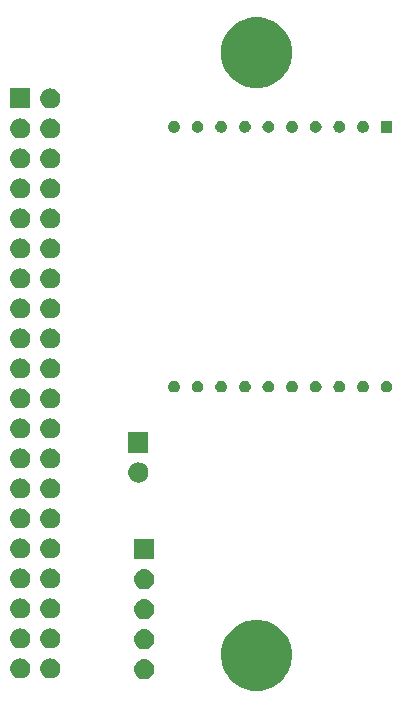
<source format=gbr>
G04 #@! TF.GenerationSoftware,KiCad,Pcbnew,(5.0.1)-4*
G04 #@! TF.CreationDate,2019-03-02T13:01:11-06:00*
G04 #@! TF.ProjectId,ccu_pcb2,6363755F706362322E6B696361645F70,rev?*
G04 #@! TF.SameCoordinates,Original*
G04 #@! TF.FileFunction,Soldermask,Top*
G04 #@! TF.FilePolarity,Negative*
%FSLAX46Y46*%
G04 Gerber Fmt 4.6, Leading zero omitted, Abs format (unit mm)*
G04 Created by KiCad (PCBNEW (5.0.1)-4) date 2019-03-02 1:01:11 PM*
%MOMM*%
%LPD*%
G01*
G04 APERTURE LIST*
%ADD10C,0.100000*%
G04 APERTURE END LIST*
D10*
G36*
X160681870Y-112076859D02*
X160875068Y-112115288D01*
X161421033Y-112341434D01*
X161909077Y-112667535D01*
X161912392Y-112669750D01*
X162330250Y-113087608D01*
X162330252Y-113087611D01*
X162658566Y-113578967D01*
X162884712Y-114124932D01*
X162887614Y-114139520D01*
X163000000Y-114704524D01*
X163000000Y-115295476D01*
X162955130Y-115521052D01*
X162884712Y-115875068D01*
X162658566Y-116421033D01*
X162539304Y-116599521D01*
X162330250Y-116912392D01*
X161912392Y-117330250D01*
X161912389Y-117330252D01*
X161421033Y-117658566D01*
X160875068Y-117884712D01*
X160681870Y-117923141D01*
X160295476Y-118000000D01*
X159704524Y-118000000D01*
X159318130Y-117923141D01*
X159124932Y-117884712D01*
X158578967Y-117658566D01*
X158087611Y-117330252D01*
X158087608Y-117330250D01*
X157669750Y-116912392D01*
X157460696Y-116599521D01*
X157341434Y-116421033D01*
X157115288Y-115875068D01*
X157044870Y-115521052D01*
X157000000Y-115295476D01*
X157000000Y-114704524D01*
X157112386Y-114139520D01*
X157115288Y-114124932D01*
X157341434Y-113578967D01*
X157669748Y-113087611D01*
X157669750Y-113087608D01*
X158087608Y-112669750D01*
X158090923Y-112667535D01*
X158578967Y-112341434D01*
X159124932Y-112115288D01*
X159318130Y-112076859D01*
X159704524Y-112000000D01*
X160295476Y-112000000D01*
X160681870Y-112076859D01*
X160681870Y-112076859D01*
G37*
G36*
X150661630Y-115367299D02*
X150821855Y-115415903D01*
X150969520Y-115494831D01*
X151098949Y-115601051D01*
X151205169Y-115730480D01*
X151284097Y-115878145D01*
X151332701Y-116038370D01*
X151349112Y-116205000D01*
X151332701Y-116371630D01*
X151284097Y-116531855D01*
X151205169Y-116679520D01*
X151098949Y-116808949D01*
X150969520Y-116915169D01*
X150821855Y-116994097D01*
X150661630Y-117042701D01*
X150536752Y-117055000D01*
X150453248Y-117055000D01*
X150328370Y-117042701D01*
X150168145Y-116994097D01*
X150020480Y-116915169D01*
X149891051Y-116808949D01*
X149784831Y-116679520D01*
X149705903Y-116531855D01*
X149657299Y-116371630D01*
X149640888Y-116205000D01*
X149657299Y-116038370D01*
X149705903Y-115878145D01*
X149784831Y-115730480D01*
X149891051Y-115601051D01*
X150020480Y-115494831D01*
X150168145Y-115415903D01*
X150328370Y-115367299D01*
X150453248Y-115355000D01*
X150536752Y-115355000D01*
X150661630Y-115367299D01*
X150661630Y-115367299D01*
G37*
G36*
X140166630Y-115287300D02*
X140326855Y-115335904D01*
X140474520Y-115414832D01*
X140603949Y-115521052D01*
X140710169Y-115650481D01*
X140789097Y-115798146D01*
X140837701Y-115958371D01*
X140854112Y-116125001D01*
X140837701Y-116291631D01*
X140789097Y-116451856D01*
X140710169Y-116599521D01*
X140603949Y-116728950D01*
X140474520Y-116835170D01*
X140326855Y-116914098D01*
X140166630Y-116962702D01*
X140041752Y-116975001D01*
X139958248Y-116975001D01*
X139833370Y-116962702D01*
X139673145Y-116914098D01*
X139525480Y-116835170D01*
X139396051Y-116728950D01*
X139289831Y-116599521D01*
X139210903Y-116451856D01*
X139162299Y-116291631D01*
X139145888Y-116125001D01*
X139162299Y-115958371D01*
X139210903Y-115798146D01*
X139289831Y-115650481D01*
X139396051Y-115521052D01*
X139525480Y-115414832D01*
X139673145Y-115335904D01*
X139833370Y-115287300D01*
X139958248Y-115275001D01*
X140041752Y-115275001D01*
X140166630Y-115287300D01*
X140166630Y-115287300D01*
G37*
G36*
X142706630Y-115287300D02*
X142866855Y-115335904D01*
X143014520Y-115414832D01*
X143143949Y-115521052D01*
X143250169Y-115650481D01*
X143329097Y-115798146D01*
X143377701Y-115958371D01*
X143394112Y-116125001D01*
X143377701Y-116291631D01*
X143329097Y-116451856D01*
X143250169Y-116599521D01*
X143143949Y-116728950D01*
X143014520Y-116835170D01*
X142866855Y-116914098D01*
X142706630Y-116962702D01*
X142581752Y-116975001D01*
X142498248Y-116975001D01*
X142373370Y-116962702D01*
X142213145Y-116914098D01*
X142065480Y-116835170D01*
X141936051Y-116728950D01*
X141829831Y-116599521D01*
X141750903Y-116451856D01*
X141702299Y-116291631D01*
X141685888Y-116125001D01*
X141702299Y-115958371D01*
X141750903Y-115798146D01*
X141829831Y-115650481D01*
X141936051Y-115521052D01*
X142065480Y-115414832D01*
X142213145Y-115335904D01*
X142373370Y-115287300D01*
X142498248Y-115275001D01*
X142581752Y-115275001D01*
X142706630Y-115287300D01*
X142706630Y-115287300D01*
G37*
G36*
X150661630Y-112827299D02*
X150821855Y-112875903D01*
X150969520Y-112954831D01*
X151098949Y-113061051D01*
X151205169Y-113190480D01*
X151284097Y-113338145D01*
X151332701Y-113498370D01*
X151349112Y-113665000D01*
X151332701Y-113831630D01*
X151284097Y-113991855D01*
X151205169Y-114139520D01*
X151098949Y-114268949D01*
X150969520Y-114375169D01*
X150821855Y-114454097D01*
X150661630Y-114502701D01*
X150536752Y-114515000D01*
X150453248Y-114515000D01*
X150328370Y-114502701D01*
X150168145Y-114454097D01*
X150020480Y-114375169D01*
X149891051Y-114268949D01*
X149784831Y-114139520D01*
X149705903Y-113991855D01*
X149657299Y-113831630D01*
X149640888Y-113665000D01*
X149657299Y-113498370D01*
X149705903Y-113338145D01*
X149784831Y-113190480D01*
X149891051Y-113061051D01*
X150020480Y-112954831D01*
X150168145Y-112875903D01*
X150328370Y-112827299D01*
X150453248Y-112815000D01*
X150536752Y-112815000D01*
X150661630Y-112827299D01*
X150661630Y-112827299D01*
G37*
G36*
X142706630Y-112747300D02*
X142866855Y-112795904D01*
X143014520Y-112874832D01*
X143143949Y-112981052D01*
X143250169Y-113110481D01*
X143329097Y-113258146D01*
X143377701Y-113418371D01*
X143394112Y-113585001D01*
X143377701Y-113751631D01*
X143329097Y-113911856D01*
X143250169Y-114059521D01*
X143143949Y-114188950D01*
X143014520Y-114295170D01*
X142866855Y-114374098D01*
X142706630Y-114422702D01*
X142581752Y-114435001D01*
X142498248Y-114435001D01*
X142373370Y-114422702D01*
X142213145Y-114374098D01*
X142065480Y-114295170D01*
X141936051Y-114188950D01*
X141829831Y-114059521D01*
X141750903Y-113911856D01*
X141702299Y-113751631D01*
X141685888Y-113585001D01*
X141702299Y-113418371D01*
X141750903Y-113258146D01*
X141829831Y-113110481D01*
X141936051Y-112981052D01*
X142065480Y-112874832D01*
X142213145Y-112795904D01*
X142373370Y-112747300D01*
X142498248Y-112735001D01*
X142581752Y-112735001D01*
X142706630Y-112747300D01*
X142706630Y-112747300D01*
G37*
G36*
X140166630Y-112747300D02*
X140326855Y-112795904D01*
X140474520Y-112874832D01*
X140603949Y-112981052D01*
X140710169Y-113110481D01*
X140789097Y-113258146D01*
X140837701Y-113418371D01*
X140854112Y-113585001D01*
X140837701Y-113751631D01*
X140789097Y-113911856D01*
X140710169Y-114059521D01*
X140603949Y-114188950D01*
X140474520Y-114295170D01*
X140326855Y-114374098D01*
X140166630Y-114422702D01*
X140041752Y-114435001D01*
X139958248Y-114435001D01*
X139833370Y-114422702D01*
X139673145Y-114374098D01*
X139525480Y-114295170D01*
X139396051Y-114188950D01*
X139289831Y-114059521D01*
X139210903Y-113911856D01*
X139162299Y-113751631D01*
X139145888Y-113585001D01*
X139162299Y-113418371D01*
X139210903Y-113258146D01*
X139289831Y-113110481D01*
X139396051Y-112981052D01*
X139525480Y-112874832D01*
X139673145Y-112795904D01*
X139833370Y-112747300D01*
X139958248Y-112735001D01*
X140041752Y-112735001D01*
X140166630Y-112747300D01*
X140166630Y-112747300D01*
G37*
G36*
X150661630Y-110287299D02*
X150821855Y-110335903D01*
X150969520Y-110414831D01*
X151098949Y-110521051D01*
X151205169Y-110650480D01*
X151284097Y-110798145D01*
X151332701Y-110958370D01*
X151349112Y-111125000D01*
X151332701Y-111291630D01*
X151284097Y-111451855D01*
X151205169Y-111599520D01*
X151098949Y-111728949D01*
X150969520Y-111835169D01*
X150821855Y-111914097D01*
X150661630Y-111962701D01*
X150536752Y-111975000D01*
X150453248Y-111975000D01*
X150328370Y-111962701D01*
X150168145Y-111914097D01*
X150020480Y-111835169D01*
X149891051Y-111728949D01*
X149784831Y-111599520D01*
X149705903Y-111451855D01*
X149657299Y-111291630D01*
X149640888Y-111125000D01*
X149657299Y-110958370D01*
X149705903Y-110798145D01*
X149784831Y-110650480D01*
X149891051Y-110521051D01*
X150020480Y-110414831D01*
X150168145Y-110335903D01*
X150328370Y-110287299D01*
X150453248Y-110275000D01*
X150536752Y-110275000D01*
X150661630Y-110287299D01*
X150661630Y-110287299D01*
G37*
G36*
X140166630Y-110207300D02*
X140326855Y-110255904D01*
X140474520Y-110334832D01*
X140603949Y-110441052D01*
X140710169Y-110570481D01*
X140789097Y-110718146D01*
X140837701Y-110878371D01*
X140854112Y-111045001D01*
X140837701Y-111211631D01*
X140789097Y-111371856D01*
X140710169Y-111519521D01*
X140603949Y-111648950D01*
X140474520Y-111755170D01*
X140326855Y-111834098D01*
X140166630Y-111882702D01*
X140041752Y-111895001D01*
X139958248Y-111895001D01*
X139833370Y-111882702D01*
X139673145Y-111834098D01*
X139525480Y-111755170D01*
X139396051Y-111648950D01*
X139289831Y-111519521D01*
X139210903Y-111371856D01*
X139162299Y-111211631D01*
X139145888Y-111045001D01*
X139162299Y-110878371D01*
X139210903Y-110718146D01*
X139289831Y-110570481D01*
X139396051Y-110441052D01*
X139525480Y-110334832D01*
X139673145Y-110255904D01*
X139833370Y-110207300D01*
X139958248Y-110195001D01*
X140041752Y-110195001D01*
X140166630Y-110207300D01*
X140166630Y-110207300D01*
G37*
G36*
X142706630Y-110207300D02*
X142866855Y-110255904D01*
X143014520Y-110334832D01*
X143143949Y-110441052D01*
X143250169Y-110570481D01*
X143329097Y-110718146D01*
X143377701Y-110878371D01*
X143394112Y-111045001D01*
X143377701Y-111211631D01*
X143329097Y-111371856D01*
X143250169Y-111519521D01*
X143143949Y-111648950D01*
X143014520Y-111755170D01*
X142866855Y-111834098D01*
X142706630Y-111882702D01*
X142581752Y-111895001D01*
X142498248Y-111895001D01*
X142373370Y-111882702D01*
X142213145Y-111834098D01*
X142065480Y-111755170D01*
X141936051Y-111648950D01*
X141829831Y-111519521D01*
X141750903Y-111371856D01*
X141702299Y-111211631D01*
X141685888Y-111045001D01*
X141702299Y-110878371D01*
X141750903Y-110718146D01*
X141829831Y-110570481D01*
X141936051Y-110441052D01*
X142065480Y-110334832D01*
X142213145Y-110255904D01*
X142373370Y-110207300D01*
X142498248Y-110195001D01*
X142581752Y-110195001D01*
X142706630Y-110207300D01*
X142706630Y-110207300D01*
G37*
G36*
X150661630Y-107747299D02*
X150821855Y-107795903D01*
X150969520Y-107874831D01*
X151098949Y-107981051D01*
X151205169Y-108110480D01*
X151284097Y-108258145D01*
X151332701Y-108418370D01*
X151349112Y-108585000D01*
X151332701Y-108751630D01*
X151284097Y-108911855D01*
X151205169Y-109059520D01*
X151098949Y-109188949D01*
X150969520Y-109295169D01*
X150821855Y-109374097D01*
X150661630Y-109422701D01*
X150536752Y-109435000D01*
X150453248Y-109435000D01*
X150328370Y-109422701D01*
X150168145Y-109374097D01*
X150020480Y-109295169D01*
X149891051Y-109188949D01*
X149784831Y-109059520D01*
X149705903Y-108911855D01*
X149657299Y-108751630D01*
X149640888Y-108585000D01*
X149657299Y-108418370D01*
X149705903Y-108258145D01*
X149784831Y-108110480D01*
X149891051Y-107981051D01*
X150020480Y-107874831D01*
X150168145Y-107795903D01*
X150328370Y-107747299D01*
X150453248Y-107735000D01*
X150536752Y-107735000D01*
X150661630Y-107747299D01*
X150661630Y-107747299D01*
G37*
G36*
X142706630Y-107667300D02*
X142866855Y-107715904D01*
X143014520Y-107794832D01*
X143143949Y-107901052D01*
X143250169Y-108030481D01*
X143329097Y-108178146D01*
X143377701Y-108338371D01*
X143394112Y-108505001D01*
X143377701Y-108671631D01*
X143329097Y-108831856D01*
X143250169Y-108979521D01*
X143143949Y-109108950D01*
X143014520Y-109215170D01*
X142866855Y-109294098D01*
X142706630Y-109342702D01*
X142581752Y-109355001D01*
X142498248Y-109355001D01*
X142373370Y-109342702D01*
X142213145Y-109294098D01*
X142065480Y-109215170D01*
X141936051Y-109108950D01*
X141829831Y-108979521D01*
X141750903Y-108831856D01*
X141702299Y-108671631D01*
X141685888Y-108505001D01*
X141702299Y-108338371D01*
X141750903Y-108178146D01*
X141829831Y-108030481D01*
X141936051Y-107901052D01*
X142065480Y-107794832D01*
X142213145Y-107715904D01*
X142373370Y-107667300D01*
X142498248Y-107655001D01*
X142581752Y-107655001D01*
X142706630Y-107667300D01*
X142706630Y-107667300D01*
G37*
G36*
X140166630Y-107667300D02*
X140326855Y-107715904D01*
X140474520Y-107794832D01*
X140603949Y-107901052D01*
X140710169Y-108030481D01*
X140789097Y-108178146D01*
X140837701Y-108338371D01*
X140854112Y-108505001D01*
X140837701Y-108671631D01*
X140789097Y-108831856D01*
X140710169Y-108979521D01*
X140603949Y-109108950D01*
X140474520Y-109215170D01*
X140326855Y-109294098D01*
X140166630Y-109342702D01*
X140041752Y-109355001D01*
X139958248Y-109355001D01*
X139833370Y-109342702D01*
X139673145Y-109294098D01*
X139525480Y-109215170D01*
X139396051Y-109108950D01*
X139289831Y-108979521D01*
X139210903Y-108831856D01*
X139162299Y-108671631D01*
X139145888Y-108505001D01*
X139162299Y-108338371D01*
X139210903Y-108178146D01*
X139289831Y-108030481D01*
X139396051Y-107901052D01*
X139525480Y-107794832D01*
X139673145Y-107715904D01*
X139833370Y-107667300D01*
X139958248Y-107655001D01*
X140041752Y-107655001D01*
X140166630Y-107667300D01*
X140166630Y-107667300D01*
G37*
G36*
X151345000Y-106895000D02*
X149645000Y-106895000D01*
X149645000Y-105195000D01*
X151345000Y-105195000D01*
X151345000Y-106895000D01*
X151345000Y-106895000D01*
G37*
G36*
X142706630Y-105127300D02*
X142866855Y-105175904D01*
X143014520Y-105254832D01*
X143143949Y-105361052D01*
X143250169Y-105490481D01*
X143329097Y-105638146D01*
X143377701Y-105798371D01*
X143394112Y-105965001D01*
X143377701Y-106131631D01*
X143329097Y-106291856D01*
X143250169Y-106439521D01*
X143143949Y-106568950D01*
X143014520Y-106675170D01*
X142866855Y-106754098D01*
X142706630Y-106802702D01*
X142581752Y-106815001D01*
X142498248Y-106815001D01*
X142373370Y-106802702D01*
X142213145Y-106754098D01*
X142065480Y-106675170D01*
X141936051Y-106568950D01*
X141829831Y-106439521D01*
X141750903Y-106291856D01*
X141702299Y-106131631D01*
X141685888Y-105965001D01*
X141702299Y-105798371D01*
X141750903Y-105638146D01*
X141829831Y-105490481D01*
X141936051Y-105361052D01*
X142065480Y-105254832D01*
X142213145Y-105175904D01*
X142373370Y-105127300D01*
X142498248Y-105115001D01*
X142581752Y-105115001D01*
X142706630Y-105127300D01*
X142706630Y-105127300D01*
G37*
G36*
X140166630Y-105127300D02*
X140326855Y-105175904D01*
X140474520Y-105254832D01*
X140603949Y-105361052D01*
X140710169Y-105490481D01*
X140789097Y-105638146D01*
X140837701Y-105798371D01*
X140854112Y-105965001D01*
X140837701Y-106131631D01*
X140789097Y-106291856D01*
X140710169Y-106439521D01*
X140603949Y-106568950D01*
X140474520Y-106675170D01*
X140326855Y-106754098D01*
X140166630Y-106802702D01*
X140041752Y-106815001D01*
X139958248Y-106815001D01*
X139833370Y-106802702D01*
X139673145Y-106754098D01*
X139525480Y-106675170D01*
X139396051Y-106568950D01*
X139289831Y-106439521D01*
X139210903Y-106291856D01*
X139162299Y-106131631D01*
X139145888Y-105965001D01*
X139162299Y-105798371D01*
X139210903Y-105638146D01*
X139289831Y-105490481D01*
X139396051Y-105361052D01*
X139525480Y-105254832D01*
X139673145Y-105175904D01*
X139833370Y-105127300D01*
X139958248Y-105115001D01*
X140041752Y-105115001D01*
X140166630Y-105127300D01*
X140166630Y-105127300D01*
G37*
G36*
X142706630Y-102587300D02*
X142866855Y-102635904D01*
X143014520Y-102714832D01*
X143143949Y-102821052D01*
X143250169Y-102950481D01*
X143329097Y-103098146D01*
X143377701Y-103258371D01*
X143394112Y-103425001D01*
X143377701Y-103591631D01*
X143329097Y-103751856D01*
X143250169Y-103899521D01*
X143143949Y-104028950D01*
X143014520Y-104135170D01*
X142866855Y-104214098D01*
X142706630Y-104262702D01*
X142581752Y-104275001D01*
X142498248Y-104275001D01*
X142373370Y-104262702D01*
X142213145Y-104214098D01*
X142065480Y-104135170D01*
X141936051Y-104028950D01*
X141829831Y-103899521D01*
X141750903Y-103751856D01*
X141702299Y-103591631D01*
X141685888Y-103425001D01*
X141702299Y-103258371D01*
X141750903Y-103098146D01*
X141829831Y-102950481D01*
X141936051Y-102821052D01*
X142065480Y-102714832D01*
X142213145Y-102635904D01*
X142373370Y-102587300D01*
X142498248Y-102575001D01*
X142581752Y-102575001D01*
X142706630Y-102587300D01*
X142706630Y-102587300D01*
G37*
G36*
X140166630Y-102587300D02*
X140326855Y-102635904D01*
X140474520Y-102714832D01*
X140603949Y-102821052D01*
X140710169Y-102950481D01*
X140789097Y-103098146D01*
X140837701Y-103258371D01*
X140854112Y-103425001D01*
X140837701Y-103591631D01*
X140789097Y-103751856D01*
X140710169Y-103899521D01*
X140603949Y-104028950D01*
X140474520Y-104135170D01*
X140326855Y-104214098D01*
X140166630Y-104262702D01*
X140041752Y-104275001D01*
X139958248Y-104275001D01*
X139833370Y-104262702D01*
X139673145Y-104214098D01*
X139525480Y-104135170D01*
X139396051Y-104028950D01*
X139289831Y-103899521D01*
X139210903Y-103751856D01*
X139162299Y-103591631D01*
X139145888Y-103425001D01*
X139162299Y-103258371D01*
X139210903Y-103098146D01*
X139289831Y-102950481D01*
X139396051Y-102821052D01*
X139525480Y-102714832D01*
X139673145Y-102635904D01*
X139833370Y-102587300D01*
X139958248Y-102575001D01*
X140041752Y-102575001D01*
X140166630Y-102587300D01*
X140166630Y-102587300D01*
G37*
G36*
X142706630Y-100047300D02*
X142866855Y-100095904D01*
X143014520Y-100174832D01*
X143143949Y-100281052D01*
X143250169Y-100410481D01*
X143329097Y-100558146D01*
X143377701Y-100718371D01*
X143394112Y-100885001D01*
X143377701Y-101051631D01*
X143329097Y-101211856D01*
X143250169Y-101359521D01*
X143143949Y-101488950D01*
X143014520Y-101595170D01*
X142866855Y-101674098D01*
X142706630Y-101722702D01*
X142581752Y-101735001D01*
X142498248Y-101735001D01*
X142373370Y-101722702D01*
X142213145Y-101674098D01*
X142065480Y-101595170D01*
X141936051Y-101488950D01*
X141829831Y-101359521D01*
X141750903Y-101211856D01*
X141702299Y-101051631D01*
X141685888Y-100885001D01*
X141702299Y-100718371D01*
X141750903Y-100558146D01*
X141829831Y-100410481D01*
X141936051Y-100281052D01*
X142065480Y-100174832D01*
X142213145Y-100095904D01*
X142373370Y-100047300D01*
X142498248Y-100035001D01*
X142581752Y-100035001D01*
X142706630Y-100047300D01*
X142706630Y-100047300D01*
G37*
G36*
X140166630Y-100047300D02*
X140326855Y-100095904D01*
X140474520Y-100174832D01*
X140603949Y-100281052D01*
X140710169Y-100410481D01*
X140789097Y-100558146D01*
X140837701Y-100718371D01*
X140854112Y-100885001D01*
X140837701Y-101051631D01*
X140789097Y-101211856D01*
X140710169Y-101359521D01*
X140603949Y-101488950D01*
X140474520Y-101595170D01*
X140326855Y-101674098D01*
X140166630Y-101722702D01*
X140041752Y-101735001D01*
X139958248Y-101735001D01*
X139833370Y-101722702D01*
X139673145Y-101674098D01*
X139525480Y-101595170D01*
X139396051Y-101488950D01*
X139289831Y-101359521D01*
X139210903Y-101211856D01*
X139162299Y-101051631D01*
X139145888Y-100885001D01*
X139162299Y-100718371D01*
X139210903Y-100558146D01*
X139289831Y-100410481D01*
X139396051Y-100281052D01*
X139525480Y-100174832D01*
X139673145Y-100095904D01*
X139833370Y-100047300D01*
X139958248Y-100035001D01*
X140041752Y-100035001D01*
X140166630Y-100047300D01*
X140166630Y-100047300D01*
G37*
G36*
X150166630Y-98702299D02*
X150326855Y-98750903D01*
X150474520Y-98829831D01*
X150603949Y-98936051D01*
X150710169Y-99065480D01*
X150789097Y-99213145D01*
X150837701Y-99373370D01*
X150854112Y-99540000D01*
X150837701Y-99706630D01*
X150789097Y-99866855D01*
X150710169Y-100014520D01*
X150603949Y-100143949D01*
X150474520Y-100250169D01*
X150326855Y-100329097D01*
X150166630Y-100377701D01*
X150041752Y-100390000D01*
X149958248Y-100390000D01*
X149833370Y-100377701D01*
X149673145Y-100329097D01*
X149525480Y-100250169D01*
X149396051Y-100143949D01*
X149289831Y-100014520D01*
X149210903Y-99866855D01*
X149162299Y-99706630D01*
X149145888Y-99540000D01*
X149162299Y-99373370D01*
X149210903Y-99213145D01*
X149289831Y-99065480D01*
X149396051Y-98936051D01*
X149525480Y-98829831D01*
X149673145Y-98750903D01*
X149833370Y-98702299D01*
X149958248Y-98690000D01*
X150041752Y-98690000D01*
X150166630Y-98702299D01*
X150166630Y-98702299D01*
G37*
G36*
X140166630Y-97507300D02*
X140326855Y-97555904D01*
X140474520Y-97634832D01*
X140603949Y-97741052D01*
X140710169Y-97870481D01*
X140789097Y-98018146D01*
X140837701Y-98178371D01*
X140854112Y-98345001D01*
X140837701Y-98511631D01*
X140789097Y-98671856D01*
X140710169Y-98819521D01*
X140603949Y-98948950D01*
X140474520Y-99055170D01*
X140326855Y-99134098D01*
X140166630Y-99182702D01*
X140041752Y-99195001D01*
X139958248Y-99195001D01*
X139833370Y-99182702D01*
X139673145Y-99134098D01*
X139525480Y-99055170D01*
X139396051Y-98948950D01*
X139289831Y-98819521D01*
X139210903Y-98671856D01*
X139162299Y-98511631D01*
X139145888Y-98345001D01*
X139162299Y-98178371D01*
X139210903Y-98018146D01*
X139289831Y-97870481D01*
X139396051Y-97741052D01*
X139525480Y-97634832D01*
X139673145Y-97555904D01*
X139833370Y-97507300D01*
X139958248Y-97495001D01*
X140041752Y-97495001D01*
X140166630Y-97507300D01*
X140166630Y-97507300D01*
G37*
G36*
X142706630Y-97507300D02*
X142866855Y-97555904D01*
X143014520Y-97634832D01*
X143143949Y-97741052D01*
X143250169Y-97870481D01*
X143329097Y-98018146D01*
X143377701Y-98178371D01*
X143394112Y-98345001D01*
X143377701Y-98511631D01*
X143329097Y-98671856D01*
X143250169Y-98819521D01*
X143143949Y-98948950D01*
X143014520Y-99055170D01*
X142866855Y-99134098D01*
X142706630Y-99182702D01*
X142581752Y-99195001D01*
X142498248Y-99195001D01*
X142373370Y-99182702D01*
X142213145Y-99134098D01*
X142065480Y-99055170D01*
X141936051Y-98948950D01*
X141829831Y-98819521D01*
X141750903Y-98671856D01*
X141702299Y-98511631D01*
X141685888Y-98345001D01*
X141702299Y-98178371D01*
X141750903Y-98018146D01*
X141829831Y-97870481D01*
X141936051Y-97741052D01*
X142065480Y-97634832D01*
X142213145Y-97555904D01*
X142373370Y-97507300D01*
X142498248Y-97495001D01*
X142581752Y-97495001D01*
X142706630Y-97507300D01*
X142706630Y-97507300D01*
G37*
G36*
X150850000Y-97850000D02*
X149150000Y-97850000D01*
X149150000Y-96150000D01*
X150850000Y-96150000D01*
X150850000Y-97850000D01*
X150850000Y-97850000D01*
G37*
G36*
X142706630Y-94967300D02*
X142866855Y-95015904D01*
X143014520Y-95094832D01*
X143143949Y-95201052D01*
X143250169Y-95330481D01*
X143329097Y-95478146D01*
X143377701Y-95638371D01*
X143394112Y-95805001D01*
X143377701Y-95971631D01*
X143329097Y-96131856D01*
X143250169Y-96279521D01*
X143143949Y-96408950D01*
X143014520Y-96515170D01*
X142866855Y-96594098D01*
X142706630Y-96642702D01*
X142581752Y-96655001D01*
X142498248Y-96655001D01*
X142373370Y-96642702D01*
X142213145Y-96594098D01*
X142065480Y-96515170D01*
X141936051Y-96408950D01*
X141829831Y-96279521D01*
X141750903Y-96131856D01*
X141702299Y-95971631D01*
X141685888Y-95805001D01*
X141702299Y-95638371D01*
X141750903Y-95478146D01*
X141829831Y-95330481D01*
X141936051Y-95201052D01*
X142065480Y-95094832D01*
X142213145Y-95015904D01*
X142373370Y-94967300D01*
X142498248Y-94955001D01*
X142581752Y-94955001D01*
X142706630Y-94967300D01*
X142706630Y-94967300D01*
G37*
G36*
X140166630Y-94967300D02*
X140326855Y-95015904D01*
X140474520Y-95094832D01*
X140603949Y-95201052D01*
X140710169Y-95330481D01*
X140789097Y-95478146D01*
X140837701Y-95638371D01*
X140854112Y-95805001D01*
X140837701Y-95971631D01*
X140789097Y-96131856D01*
X140710169Y-96279521D01*
X140603949Y-96408950D01*
X140474520Y-96515170D01*
X140326855Y-96594098D01*
X140166630Y-96642702D01*
X140041752Y-96655001D01*
X139958248Y-96655001D01*
X139833370Y-96642702D01*
X139673145Y-96594098D01*
X139525480Y-96515170D01*
X139396051Y-96408950D01*
X139289831Y-96279521D01*
X139210903Y-96131856D01*
X139162299Y-95971631D01*
X139145888Y-95805001D01*
X139162299Y-95638371D01*
X139210903Y-95478146D01*
X139289831Y-95330481D01*
X139396051Y-95201052D01*
X139525480Y-95094832D01*
X139673145Y-95015904D01*
X139833370Y-94967300D01*
X139958248Y-94955001D01*
X140041752Y-94955001D01*
X140166630Y-94967300D01*
X140166630Y-94967300D01*
G37*
G36*
X142706630Y-92427300D02*
X142866855Y-92475904D01*
X143014520Y-92554832D01*
X143143949Y-92661052D01*
X143250169Y-92790481D01*
X143329097Y-92938146D01*
X143377701Y-93098371D01*
X143394112Y-93265001D01*
X143377701Y-93431631D01*
X143329097Y-93591856D01*
X143250169Y-93739521D01*
X143143949Y-93868950D01*
X143014520Y-93975170D01*
X142866855Y-94054098D01*
X142706630Y-94102702D01*
X142581752Y-94115001D01*
X142498248Y-94115001D01*
X142373370Y-94102702D01*
X142213145Y-94054098D01*
X142065480Y-93975170D01*
X141936051Y-93868950D01*
X141829831Y-93739521D01*
X141750903Y-93591856D01*
X141702299Y-93431631D01*
X141685888Y-93265001D01*
X141702299Y-93098371D01*
X141750903Y-92938146D01*
X141829831Y-92790481D01*
X141936051Y-92661052D01*
X142065480Y-92554832D01*
X142213145Y-92475904D01*
X142373370Y-92427300D01*
X142498248Y-92415001D01*
X142581752Y-92415001D01*
X142706630Y-92427300D01*
X142706630Y-92427300D01*
G37*
G36*
X140166630Y-92427300D02*
X140326855Y-92475904D01*
X140474520Y-92554832D01*
X140603949Y-92661052D01*
X140710169Y-92790481D01*
X140789097Y-92938146D01*
X140837701Y-93098371D01*
X140854112Y-93265001D01*
X140837701Y-93431631D01*
X140789097Y-93591856D01*
X140710169Y-93739521D01*
X140603949Y-93868950D01*
X140474520Y-93975170D01*
X140326855Y-94054098D01*
X140166630Y-94102702D01*
X140041752Y-94115001D01*
X139958248Y-94115001D01*
X139833370Y-94102702D01*
X139673145Y-94054098D01*
X139525480Y-93975170D01*
X139396051Y-93868950D01*
X139289831Y-93739521D01*
X139210903Y-93591856D01*
X139162299Y-93431631D01*
X139145888Y-93265001D01*
X139162299Y-93098371D01*
X139210903Y-92938146D01*
X139289831Y-92790481D01*
X139396051Y-92661052D01*
X139525480Y-92554832D01*
X139673145Y-92475904D01*
X139833370Y-92427300D01*
X139958248Y-92415001D01*
X140041752Y-92415001D01*
X140166630Y-92427300D01*
X140166630Y-92427300D01*
G37*
G36*
X153156011Y-91769368D02*
X153247734Y-91807361D01*
X153330282Y-91862517D01*
X153400483Y-91932718D01*
X153455639Y-92015266D01*
X153493632Y-92106989D01*
X153513000Y-92204360D01*
X153513000Y-92303640D01*
X153493632Y-92401011D01*
X153455639Y-92492734D01*
X153400483Y-92575282D01*
X153330282Y-92645483D01*
X153247734Y-92700639D01*
X153156011Y-92738632D01*
X153058640Y-92758000D01*
X152959360Y-92758000D01*
X152861989Y-92738632D01*
X152770266Y-92700639D01*
X152687718Y-92645483D01*
X152617517Y-92575282D01*
X152562361Y-92492734D01*
X152524368Y-92401011D01*
X152505000Y-92303640D01*
X152505000Y-92204360D01*
X152524368Y-92106989D01*
X152562361Y-92015266D01*
X152617517Y-91932718D01*
X152687718Y-91862517D01*
X152770266Y-91807361D01*
X152861989Y-91769368D01*
X152959360Y-91750000D01*
X153058640Y-91750000D01*
X153156011Y-91769368D01*
X153156011Y-91769368D01*
G37*
G36*
X155156011Y-91769368D02*
X155247734Y-91807361D01*
X155330282Y-91862517D01*
X155400483Y-91932718D01*
X155455639Y-92015266D01*
X155493632Y-92106989D01*
X155513000Y-92204360D01*
X155513000Y-92303640D01*
X155493632Y-92401011D01*
X155455639Y-92492734D01*
X155400483Y-92575282D01*
X155330282Y-92645483D01*
X155247734Y-92700639D01*
X155156011Y-92738632D01*
X155058640Y-92758000D01*
X154959360Y-92758000D01*
X154861989Y-92738632D01*
X154770266Y-92700639D01*
X154687718Y-92645483D01*
X154617517Y-92575282D01*
X154562361Y-92492734D01*
X154524368Y-92401011D01*
X154505000Y-92303640D01*
X154505000Y-92204360D01*
X154524368Y-92106989D01*
X154562361Y-92015266D01*
X154617517Y-91932718D01*
X154687718Y-91862517D01*
X154770266Y-91807361D01*
X154861989Y-91769368D01*
X154959360Y-91750000D01*
X155058640Y-91750000D01*
X155156011Y-91769368D01*
X155156011Y-91769368D01*
G37*
G36*
X157156011Y-91769368D02*
X157247734Y-91807361D01*
X157330282Y-91862517D01*
X157400483Y-91932718D01*
X157455639Y-92015266D01*
X157493632Y-92106989D01*
X157513000Y-92204360D01*
X157513000Y-92303640D01*
X157493632Y-92401011D01*
X157455639Y-92492734D01*
X157400483Y-92575282D01*
X157330282Y-92645483D01*
X157247734Y-92700639D01*
X157156011Y-92738632D01*
X157058640Y-92758000D01*
X156959360Y-92758000D01*
X156861989Y-92738632D01*
X156770266Y-92700639D01*
X156687718Y-92645483D01*
X156617517Y-92575282D01*
X156562361Y-92492734D01*
X156524368Y-92401011D01*
X156505000Y-92303640D01*
X156505000Y-92204360D01*
X156524368Y-92106989D01*
X156562361Y-92015266D01*
X156617517Y-91932718D01*
X156687718Y-91862517D01*
X156770266Y-91807361D01*
X156861989Y-91769368D01*
X156959360Y-91750000D01*
X157058640Y-91750000D01*
X157156011Y-91769368D01*
X157156011Y-91769368D01*
G37*
G36*
X159156011Y-91769368D02*
X159247734Y-91807361D01*
X159330282Y-91862517D01*
X159400483Y-91932718D01*
X159455639Y-92015266D01*
X159493632Y-92106989D01*
X159513000Y-92204360D01*
X159513000Y-92303640D01*
X159493632Y-92401011D01*
X159455639Y-92492734D01*
X159400483Y-92575282D01*
X159330282Y-92645483D01*
X159247734Y-92700639D01*
X159156011Y-92738632D01*
X159058640Y-92758000D01*
X158959360Y-92758000D01*
X158861989Y-92738632D01*
X158770266Y-92700639D01*
X158687718Y-92645483D01*
X158617517Y-92575282D01*
X158562361Y-92492734D01*
X158524368Y-92401011D01*
X158505000Y-92303640D01*
X158505000Y-92204360D01*
X158524368Y-92106989D01*
X158562361Y-92015266D01*
X158617517Y-91932718D01*
X158687718Y-91862517D01*
X158770266Y-91807361D01*
X158861989Y-91769368D01*
X158959360Y-91750000D01*
X159058640Y-91750000D01*
X159156011Y-91769368D01*
X159156011Y-91769368D01*
G37*
G36*
X161156011Y-91769368D02*
X161247734Y-91807361D01*
X161330282Y-91862517D01*
X161400483Y-91932718D01*
X161455639Y-92015266D01*
X161493632Y-92106989D01*
X161513000Y-92204360D01*
X161513000Y-92303640D01*
X161493632Y-92401011D01*
X161455639Y-92492734D01*
X161400483Y-92575282D01*
X161330282Y-92645483D01*
X161247734Y-92700639D01*
X161156011Y-92738632D01*
X161058640Y-92758000D01*
X160959360Y-92758000D01*
X160861989Y-92738632D01*
X160770266Y-92700639D01*
X160687718Y-92645483D01*
X160617517Y-92575282D01*
X160562361Y-92492734D01*
X160524368Y-92401011D01*
X160505000Y-92303640D01*
X160505000Y-92204360D01*
X160524368Y-92106989D01*
X160562361Y-92015266D01*
X160617517Y-91932718D01*
X160687718Y-91862517D01*
X160770266Y-91807361D01*
X160861989Y-91769368D01*
X160959360Y-91750000D01*
X161058640Y-91750000D01*
X161156011Y-91769368D01*
X161156011Y-91769368D01*
G37*
G36*
X171156011Y-91769368D02*
X171247734Y-91807361D01*
X171330282Y-91862517D01*
X171400483Y-91932718D01*
X171455639Y-92015266D01*
X171493632Y-92106989D01*
X171513000Y-92204360D01*
X171513000Y-92303640D01*
X171493632Y-92401011D01*
X171455639Y-92492734D01*
X171400483Y-92575282D01*
X171330282Y-92645483D01*
X171247734Y-92700639D01*
X171156011Y-92738632D01*
X171058640Y-92758000D01*
X170959360Y-92758000D01*
X170861989Y-92738632D01*
X170770266Y-92700639D01*
X170687718Y-92645483D01*
X170617517Y-92575282D01*
X170562361Y-92492734D01*
X170524368Y-92401011D01*
X170505000Y-92303640D01*
X170505000Y-92204360D01*
X170524368Y-92106989D01*
X170562361Y-92015266D01*
X170617517Y-91932718D01*
X170687718Y-91862517D01*
X170770266Y-91807361D01*
X170861989Y-91769368D01*
X170959360Y-91750000D01*
X171058640Y-91750000D01*
X171156011Y-91769368D01*
X171156011Y-91769368D01*
G37*
G36*
X163156011Y-91769368D02*
X163247734Y-91807361D01*
X163330282Y-91862517D01*
X163400483Y-91932718D01*
X163455639Y-92015266D01*
X163493632Y-92106989D01*
X163513000Y-92204360D01*
X163513000Y-92303640D01*
X163493632Y-92401011D01*
X163455639Y-92492734D01*
X163400483Y-92575282D01*
X163330282Y-92645483D01*
X163247734Y-92700639D01*
X163156011Y-92738632D01*
X163058640Y-92758000D01*
X162959360Y-92758000D01*
X162861989Y-92738632D01*
X162770266Y-92700639D01*
X162687718Y-92645483D01*
X162617517Y-92575282D01*
X162562361Y-92492734D01*
X162524368Y-92401011D01*
X162505000Y-92303640D01*
X162505000Y-92204360D01*
X162524368Y-92106989D01*
X162562361Y-92015266D01*
X162617517Y-91932718D01*
X162687718Y-91862517D01*
X162770266Y-91807361D01*
X162861989Y-91769368D01*
X162959360Y-91750000D01*
X163058640Y-91750000D01*
X163156011Y-91769368D01*
X163156011Y-91769368D01*
G37*
G36*
X165156011Y-91769368D02*
X165247734Y-91807361D01*
X165330282Y-91862517D01*
X165400483Y-91932718D01*
X165455639Y-92015266D01*
X165493632Y-92106989D01*
X165513000Y-92204360D01*
X165513000Y-92303640D01*
X165493632Y-92401011D01*
X165455639Y-92492734D01*
X165400483Y-92575282D01*
X165330282Y-92645483D01*
X165247734Y-92700639D01*
X165156011Y-92738632D01*
X165058640Y-92758000D01*
X164959360Y-92758000D01*
X164861989Y-92738632D01*
X164770266Y-92700639D01*
X164687718Y-92645483D01*
X164617517Y-92575282D01*
X164562361Y-92492734D01*
X164524368Y-92401011D01*
X164505000Y-92303640D01*
X164505000Y-92204360D01*
X164524368Y-92106989D01*
X164562361Y-92015266D01*
X164617517Y-91932718D01*
X164687718Y-91862517D01*
X164770266Y-91807361D01*
X164861989Y-91769368D01*
X164959360Y-91750000D01*
X165058640Y-91750000D01*
X165156011Y-91769368D01*
X165156011Y-91769368D01*
G37*
G36*
X167156011Y-91769368D02*
X167247734Y-91807361D01*
X167330282Y-91862517D01*
X167400483Y-91932718D01*
X167455639Y-92015266D01*
X167493632Y-92106989D01*
X167513000Y-92204360D01*
X167513000Y-92303640D01*
X167493632Y-92401011D01*
X167455639Y-92492734D01*
X167400483Y-92575282D01*
X167330282Y-92645483D01*
X167247734Y-92700639D01*
X167156011Y-92738632D01*
X167058640Y-92758000D01*
X166959360Y-92758000D01*
X166861989Y-92738632D01*
X166770266Y-92700639D01*
X166687718Y-92645483D01*
X166617517Y-92575282D01*
X166562361Y-92492734D01*
X166524368Y-92401011D01*
X166505000Y-92303640D01*
X166505000Y-92204360D01*
X166524368Y-92106989D01*
X166562361Y-92015266D01*
X166617517Y-91932718D01*
X166687718Y-91862517D01*
X166770266Y-91807361D01*
X166861989Y-91769368D01*
X166959360Y-91750000D01*
X167058640Y-91750000D01*
X167156011Y-91769368D01*
X167156011Y-91769368D01*
G37*
G36*
X169156011Y-91769368D02*
X169247734Y-91807361D01*
X169330282Y-91862517D01*
X169400483Y-91932718D01*
X169455639Y-92015266D01*
X169493632Y-92106989D01*
X169513000Y-92204360D01*
X169513000Y-92303640D01*
X169493632Y-92401011D01*
X169455639Y-92492734D01*
X169400483Y-92575282D01*
X169330282Y-92645483D01*
X169247734Y-92700639D01*
X169156011Y-92738632D01*
X169058640Y-92758000D01*
X168959360Y-92758000D01*
X168861989Y-92738632D01*
X168770266Y-92700639D01*
X168687718Y-92645483D01*
X168617517Y-92575282D01*
X168562361Y-92492734D01*
X168524368Y-92401011D01*
X168505000Y-92303640D01*
X168505000Y-92204360D01*
X168524368Y-92106989D01*
X168562361Y-92015266D01*
X168617517Y-91932718D01*
X168687718Y-91862517D01*
X168770266Y-91807361D01*
X168861989Y-91769368D01*
X168959360Y-91750000D01*
X169058640Y-91750000D01*
X169156011Y-91769368D01*
X169156011Y-91769368D01*
G37*
G36*
X142706630Y-89887300D02*
X142866855Y-89935904D01*
X143014520Y-90014832D01*
X143143949Y-90121052D01*
X143250169Y-90250481D01*
X143329097Y-90398146D01*
X143377701Y-90558371D01*
X143394112Y-90725001D01*
X143377701Y-90891631D01*
X143329097Y-91051856D01*
X143250169Y-91199521D01*
X143143949Y-91328950D01*
X143014520Y-91435170D01*
X142866855Y-91514098D01*
X142706630Y-91562702D01*
X142581752Y-91575001D01*
X142498248Y-91575001D01*
X142373370Y-91562702D01*
X142213145Y-91514098D01*
X142065480Y-91435170D01*
X141936051Y-91328950D01*
X141829831Y-91199521D01*
X141750903Y-91051856D01*
X141702299Y-90891631D01*
X141685888Y-90725001D01*
X141702299Y-90558371D01*
X141750903Y-90398146D01*
X141829831Y-90250481D01*
X141936051Y-90121052D01*
X142065480Y-90014832D01*
X142213145Y-89935904D01*
X142373370Y-89887300D01*
X142498248Y-89875001D01*
X142581752Y-89875001D01*
X142706630Y-89887300D01*
X142706630Y-89887300D01*
G37*
G36*
X140166630Y-89887300D02*
X140326855Y-89935904D01*
X140474520Y-90014832D01*
X140603949Y-90121052D01*
X140710169Y-90250481D01*
X140789097Y-90398146D01*
X140837701Y-90558371D01*
X140854112Y-90725001D01*
X140837701Y-90891631D01*
X140789097Y-91051856D01*
X140710169Y-91199521D01*
X140603949Y-91328950D01*
X140474520Y-91435170D01*
X140326855Y-91514098D01*
X140166630Y-91562702D01*
X140041752Y-91575001D01*
X139958248Y-91575001D01*
X139833370Y-91562702D01*
X139673145Y-91514098D01*
X139525480Y-91435170D01*
X139396051Y-91328950D01*
X139289831Y-91199521D01*
X139210903Y-91051856D01*
X139162299Y-90891631D01*
X139145888Y-90725001D01*
X139162299Y-90558371D01*
X139210903Y-90398146D01*
X139289831Y-90250481D01*
X139396051Y-90121052D01*
X139525480Y-90014832D01*
X139673145Y-89935904D01*
X139833370Y-89887300D01*
X139958248Y-89875001D01*
X140041752Y-89875001D01*
X140166630Y-89887300D01*
X140166630Y-89887300D01*
G37*
G36*
X140166630Y-87347300D02*
X140326855Y-87395904D01*
X140474520Y-87474832D01*
X140603949Y-87581052D01*
X140710169Y-87710481D01*
X140789097Y-87858146D01*
X140837701Y-88018371D01*
X140854112Y-88185001D01*
X140837701Y-88351631D01*
X140789097Y-88511856D01*
X140710169Y-88659521D01*
X140603949Y-88788950D01*
X140474520Y-88895170D01*
X140326855Y-88974098D01*
X140166630Y-89022702D01*
X140041752Y-89035001D01*
X139958248Y-89035001D01*
X139833370Y-89022702D01*
X139673145Y-88974098D01*
X139525480Y-88895170D01*
X139396051Y-88788950D01*
X139289831Y-88659521D01*
X139210903Y-88511856D01*
X139162299Y-88351631D01*
X139145888Y-88185001D01*
X139162299Y-88018371D01*
X139210903Y-87858146D01*
X139289831Y-87710481D01*
X139396051Y-87581052D01*
X139525480Y-87474832D01*
X139673145Y-87395904D01*
X139833370Y-87347300D01*
X139958248Y-87335001D01*
X140041752Y-87335001D01*
X140166630Y-87347300D01*
X140166630Y-87347300D01*
G37*
G36*
X142706630Y-87347300D02*
X142866855Y-87395904D01*
X143014520Y-87474832D01*
X143143949Y-87581052D01*
X143250169Y-87710481D01*
X143329097Y-87858146D01*
X143377701Y-88018371D01*
X143394112Y-88185001D01*
X143377701Y-88351631D01*
X143329097Y-88511856D01*
X143250169Y-88659521D01*
X143143949Y-88788950D01*
X143014520Y-88895170D01*
X142866855Y-88974098D01*
X142706630Y-89022702D01*
X142581752Y-89035001D01*
X142498248Y-89035001D01*
X142373370Y-89022702D01*
X142213145Y-88974098D01*
X142065480Y-88895170D01*
X141936051Y-88788950D01*
X141829831Y-88659521D01*
X141750903Y-88511856D01*
X141702299Y-88351631D01*
X141685888Y-88185001D01*
X141702299Y-88018371D01*
X141750903Y-87858146D01*
X141829831Y-87710481D01*
X141936051Y-87581052D01*
X142065480Y-87474832D01*
X142213145Y-87395904D01*
X142373370Y-87347300D01*
X142498248Y-87335001D01*
X142581752Y-87335001D01*
X142706630Y-87347300D01*
X142706630Y-87347300D01*
G37*
G36*
X142706630Y-84807300D02*
X142866855Y-84855904D01*
X143014520Y-84934832D01*
X143143949Y-85041052D01*
X143250169Y-85170481D01*
X143329097Y-85318146D01*
X143377701Y-85478371D01*
X143394112Y-85645001D01*
X143377701Y-85811631D01*
X143329097Y-85971856D01*
X143250169Y-86119521D01*
X143143949Y-86248950D01*
X143014520Y-86355170D01*
X142866855Y-86434098D01*
X142706630Y-86482702D01*
X142581752Y-86495001D01*
X142498248Y-86495001D01*
X142373370Y-86482702D01*
X142213145Y-86434098D01*
X142065480Y-86355170D01*
X141936051Y-86248950D01*
X141829831Y-86119521D01*
X141750903Y-85971856D01*
X141702299Y-85811631D01*
X141685888Y-85645001D01*
X141702299Y-85478371D01*
X141750903Y-85318146D01*
X141829831Y-85170481D01*
X141936051Y-85041052D01*
X142065480Y-84934832D01*
X142213145Y-84855904D01*
X142373370Y-84807300D01*
X142498248Y-84795001D01*
X142581752Y-84795001D01*
X142706630Y-84807300D01*
X142706630Y-84807300D01*
G37*
G36*
X140166630Y-84807300D02*
X140326855Y-84855904D01*
X140474520Y-84934832D01*
X140603949Y-85041052D01*
X140710169Y-85170481D01*
X140789097Y-85318146D01*
X140837701Y-85478371D01*
X140854112Y-85645001D01*
X140837701Y-85811631D01*
X140789097Y-85971856D01*
X140710169Y-86119521D01*
X140603949Y-86248950D01*
X140474520Y-86355170D01*
X140326855Y-86434098D01*
X140166630Y-86482702D01*
X140041752Y-86495001D01*
X139958248Y-86495001D01*
X139833370Y-86482702D01*
X139673145Y-86434098D01*
X139525480Y-86355170D01*
X139396051Y-86248950D01*
X139289831Y-86119521D01*
X139210903Y-85971856D01*
X139162299Y-85811631D01*
X139145888Y-85645001D01*
X139162299Y-85478371D01*
X139210903Y-85318146D01*
X139289831Y-85170481D01*
X139396051Y-85041052D01*
X139525480Y-84934832D01*
X139673145Y-84855904D01*
X139833370Y-84807300D01*
X139958248Y-84795001D01*
X140041752Y-84795001D01*
X140166630Y-84807300D01*
X140166630Y-84807300D01*
G37*
G36*
X142706630Y-82267300D02*
X142866855Y-82315904D01*
X143014520Y-82394832D01*
X143143949Y-82501052D01*
X143250169Y-82630481D01*
X143329097Y-82778146D01*
X143377701Y-82938371D01*
X143394112Y-83105001D01*
X143377701Y-83271631D01*
X143329097Y-83431856D01*
X143250169Y-83579521D01*
X143143949Y-83708950D01*
X143014520Y-83815170D01*
X142866855Y-83894098D01*
X142706630Y-83942702D01*
X142581752Y-83955001D01*
X142498248Y-83955001D01*
X142373370Y-83942702D01*
X142213145Y-83894098D01*
X142065480Y-83815170D01*
X141936051Y-83708950D01*
X141829831Y-83579521D01*
X141750903Y-83431856D01*
X141702299Y-83271631D01*
X141685888Y-83105001D01*
X141702299Y-82938371D01*
X141750903Y-82778146D01*
X141829831Y-82630481D01*
X141936051Y-82501052D01*
X142065480Y-82394832D01*
X142213145Y-82315904D01*
X142373370Y-82267300D01*
X142498248Y-82255001D01*
X142581752Y-82255001D01*
X142706630Y-82267300D01*
X142706630Y-82267300D01*
G37*
G36*
X140166630Y-82267300D02*
X140326855Y-82315904D01*
X140474520Y-82394832D01*
X140603949Y-82501052D01*
X140710169Y-82630481D01*
X140789097Y-82778146D01*
X140837701Y-82938371D01*
X140854112Y-83105001D01*
X140837701Y-83271631D01*
X140789097Y-83431856D01*
X140710169Y-83579521D01*
X140603949Y-83708950D01*
X140474520Y-83815170D01*
X140326855Y-83894098D01*
X140166630Y-83942702D01*
X140041752Y-83955001D01*
X139958248Y-83955001D01*
X139833370Y-83942702D01*
X139673145Y-83894098D01*
X139525480Y-83815170D01*
X139396051Y-83708950D01*
X139289831Y-83579521D01*
X139210903Y-83431856D01*
X139162299Y-83271631D01*
X139145888Y-83105001D01*
X139162299Y-82938371D01*
X139210903Y-82778146D01*
X139289831Y-82630481D01*
X139396051Y-82501052D01*
X139525480Y-82394832D01*
X139673145Y-82315904D01*
X139833370Y-82267300D01*
X139958248Y-82255001D01*
X140041752Y-82255001D01*
X140166630Y-82267300D01*
X140166630Y-82267300D01*
G37*
G36*
X142706630Y-79727300D02*
X142866855Y-79775904D01*
X143014520Y-79854832D01*
X143143949Y-79961052D01*
X143250169Y-80090481D01*
X143329097Y-80238146D01*
X143377701Y-80398371D01*
X143394112Y-80565001D01*
X143377701Y-80731631D01*
X143329097Y-80891856D01*
X143250169Y-81039521D01*
X143143949Y-81168950D01*
X143014520Y-81275170D01*
X142866855Y-81354098D01*
X142706630Y-81402702D01*
X142581752Y-81415001D01*
X142498248Y-81415001D01*
X142373370Y-81402702D01*
X142213145Y-81354098D01*
X142065480Y-81275170D01*
X141936051Y-81168950D01*
X141829831Y-81039521D01*
X141750903Y-80891856D01*
X141702299Y-80731631D01*
X141685888Y-80565001D01*
X141702299Y-80398371D01*
X141750903Y-80238146D01*
X141829831Y-80090481D01*
X141936051Y-79961052D01*
X142065480Y-79854832D01*
X142213145Y-79775904D01*
X142373370Y-79727300D01*
X142498248Y-79715001D01*
X142581752Y-79715001D01*
X142706630Y-79727300D01*
X142706630Y-79727300D01*
G37*
G36*
X140166630Y-79727300D02*
X140326855Y-79775904D01*
X140474520Y-79854832D01*
X140603949Y-79961052D01*
X140710169Y-80090481D01*
X140789097Y-80238146D01*
X140837701Y-80398371D01*
X140854112Y-80565001D01*
X140837701Y-80731631D01*
X140789097Y-80891856D01*
X140710169Y-81039521D01*
X140603949Y-81168950D01*
X140474520Y-81275170D01*
X140326855Y-81354098D01*
X140166630Y-81402702D01*
X140041752Y-81415001D01*
X139958248Y-81415001D01*
X139833370Y-81402702D01*
X139673145Y-81354098D01*
X139525480Y-81275170D01*
X139396051Y-81168950D01*
X139289831Y-81039521D01*
X139210903Y-80891856D01*
X139162299Y-80731631D01*
X139145888Y-80565001D01*
X139162299Y-80398371D01*
X139210903Y-80238146D01*
X139289831Y-80090481D01*
X139396051Y-79961052D01*
X139525480Y-79854832D01*
X139673145Y-79775904D01*
X139833370Y-79727300D01*
X139958248Y-79715001D01*
X140041752Y-79715001D01*
X140166630Y-79727300D01*
X140166630Y-79727300D01*
G37*
G36*
X142706630Y-77187300D02*
X142866855Y-77235904D01*
X143014520Y-77314832D01*
X143143949Y-77421052D01*
X143250169Y-77550481D01*
X143329097Y-77698146D01*
X143377701Y-77858371D01*
X143394112Y-78025001D01*
X143377701Y-78191631D01*
X143329097Y-78351856D01*
X143250169Y-78499521D01*
X143143949Y-78628950D01*
X143014520Y-78735170D01*
X142866855Y-78814098D01*
X142706630Y-78862702D01*
X142581752Y-78875001D01*
X142498248Y-78875001D01*
X142373370Y-78862702D01*
X142213145Y-78814098D01*
X142065480Y-78735170D01*
X141936051Y-78628950D01*
X141829831Y-78499521D01*
X141750903Y-78351856D01*
X141702299Y-78191631D01*
X141685888Y-78025001D01*
X141702299Y-77858371D01*
X141750903Y-77698146D01*
X141829831Y-77550481D01*
X141936051Y-77421052D01*
X142065480Y-77314832D01*
X142213145Y-77235904D01*
X142373370Y-77187300D01*
X142498248Y-77175001D01*
X142581752Y-77175001D01*
X142706630Y-77187300D01*
X142706630Y-77187300D01*
G37*
G36*
X140166630Y-77187300D02*
X140326855Y-77235904D01*
X140474520Y-77314832D01*
X140603949Y-77421052D01*
X140710169Y-77550481D01*
X140789097Y-77698146D01*
X140837701Y-77858371D01*
X140854112Y-78025001D01*
X140837701Y-78191631D01*
X140789097Y-78351856D01*
X140710169Y-78499521D01*
X140603949Y-78628950D01*
X140474520Y-78735170D01*
X140326855Y-78814098D01*
X140166630Y-78862702D01*
X140041752Y-78875001D01*
X139958248Y-78875001D01*
X139833370Y-78862702D01*
X139673145Y-78814098D01*
X139525480Y-78735170D01*
X139396051Y-78628950D01*
X139289831Y-78499521D01*
X139210903Y-78351856D01*
X139162299Y-78191631D01*
X139145888Y-78025001D01*
X139162299Y-77858371D01*
X139210903Y-77698146D01*
X139289831Y-77550481D01*
X139396051Y-77421052D01*
X139525480Y-77314832D01*
X139673145Y-77235904D01*
X139833370Y-77187300D01*
X139958248Y-77175001D01*
X140041752Y-77175001D01*
X140166630Y-77187300D01*
X140166630Y-77187300D01*
G37*
G36*
X140166630Y-74647300D02*
X140326855Y-74695904D01*
X140474520Y-74774832D01*
X140603949Y-74881052D01*
X140710169Y-75010481D01*
X140789097Y-75158146D01*
X140837701Y-75318371D01*
X140854112Y-75485001D01*
X140837701Y-75651631D01*
X140789097Y-75811856D01*
X140710169Y-75959521D01*
X140603949Y-76088950D01*
X140474520Y-76195170D01*
X140326855Y-76274098D01*
X140166630Y-76322702D01*
X140041752Y-76335001D01*
X139958248Y-76335001D01*
X139833370Y-76322702D01*
X139673145Y-76274098D01*
X139525480Y-76195170D01*
X139396051Y-76088950D01*
X139289831Y-75959521D01*
X139210903Y-75811856D01*
X139162299Y-75651631D01*
X139145888Y-75485001D01*
X139162299Y-75318371D01*
X139210903Y-75158146D01*
X139289831Y-75010481D01*
X139396051Y-74881052D01*
X139525480Y-74774832D01*
X139673145Y-74695904D01*
X139833370Y-74647300D01*
X139958248Y-74635001D01*
X140041752Y-74635001D01*
X140166630Y-74647300D01*
X140166630Y-74647300D01*
G37*
G36*
X142706630Y-74647300D02*
X142866855Y-74695904D01*
X143014520Y-74774832D01*
X143143949Y-74881052D01*
X143250169Y-75010481D01*
X143329097Y-75158146D01*
X143377701Y-75318371D01*
X143394112Y-75485001D01*
X143377701Y-75651631D01*
X143329097Y-75811856D01*
X143250169Y-75959521D01*
X143143949Y-76088950D01*
X143014520Y-76195170D01*
X142866855Y-76274098D01*
X142706630Y-76322702D01*
X142581752Y-76335001D01*
X142498248Y-76335001D01*
X142373370Y-76322702D01*
X142213145Y-76274098D01*
X142065480Y-76195170D01*
X141936051Y-76088950D01*
X141829831Y-75959521D01*
X141750903Y-75811856D01*
X141702299Y-75651631D01*
X141685888Y-75485001D01*
X141702299Y-75318371D01*
X141750903Y-75158146D01*
X141829831Y-75010481D01*
X141936051Y-74881052D01*
X142065480Y-74774832D01*
X142213145Y-74695904D01*
X142373370Y-74647300D01*
X142498248Y-74635001D01*
X142581752Y-74635001D01*
X142706630Y-74647300D01*
X142706630Y-74647300D01*
G37*
G36*
X142706630Y-72107300D02*
X142866855Y-72155904D01*
X143014520Y-72234832D01*
X143143949Y-72341052D01*
X143250169Y-72470481D01*
X143329097Y-72618146D01*
X143377701Y-72778371D01*
X143394112Y-72945001D01*
X143377701Y-73111631D01*
X143329097Y-73271856D01*
X143250169Y-73419521D01*
X143143949Y-73548950D01*
X143014520Y-73655170D01*
X142866855Y-73734098D01*
X142706630Y-73782702D01*
X142581752Y-73795001D01*
X142498248Y-73795001D01*
X142373370Y-73782702D01*
X142213145Y-73734098D01*
X142065480Y-73655170D01*
X141936051Y-73548950D01*
X141829831Y-73419521D01*
X141750903Y-73271856D01*
X141702299Y-73111631D01*
X141685888Y-72945001D01*
X141702299Y-72778371D01*
X141750903Y-72618146D01*
X141829831Y-72470481D01*
X141936051Y-72341052D01*
X142065480Y-72234832D01*
X142213145Y-72155904D01*
X142373370Y-72107300D01*
X142498248Y-72095001D01*
X142581752Y-72095001D01*
X142706630Y-72107300D01*
X142706630Y-72107300D01*
G37*
G36*
X140166630Y-72107300D02*
X140326855Y-72155904D01*
X140474520Y-72234832D01*
X140603949Y-72341052D01*
X140710169Y-72470481D01*
X140789097Y-72618146D01*
X140837701Y-72778371D01*
X140854112Y-72945001D01*
X140837701Y-73111631D01*
X140789097Y-73271856D01*
X140710169Y-73419521D01*
X140603949Y-73548950D01*
X140474520Y-73655170D01*
X140326855Y-73734098D01*
X140166630Y-73782702D01*
X140041752Y-73795001D01*
X139958248Y-73795001D01*
X139833370Y-73782702D01*
X139673145Y-73734098D01*
X139525480Y-73655170D01*
X139396051Y-73548950D01*
X139289831Y-73419521D01*
X139210903Y-73271856D01*
X139162299Y-73111631D01*
X139145888Y-72945001D01*
X139162299Y-72778371D01*
X139210903Y-72618146D01*
X139289831Y-72470481D01*
X139396051Y-72341052D01*
X139525480Y-72234832D01*
X139673145Y-72155904D01*
X139833370Y-72107300D01*
X139958248Y-72095001D01*
X140041752Y-72095001D01*
X140166630Y-72107300D01*
X140166630Y-72107300D01*
G37*
G36*
X142706630Y-69567300D02*
X142866855Y-69615904D01*
X143014520Y-69694832D01*
X143143949Y-69801052D01*
X143250169Y-69930481D01*
X143329097Y-70078146D01*
X143377701Y-70238371D01*
X143394112Y-70405001D01*
X143377701Y-70571631D01*
X143329097Y-70731856D01*
X143250169Y-70879521D01*
X143143949Y-71008950D01*
X143014520Y-71115170D01*
X142866855Y-71194098D01*
X142706630Y-71242702D01*
X142581752Y-71255001D01*
X142498248Y-71255001D01*
X142373370Y-71242702D01*
X142213145Y-71194098D01*
X142065480Y-71115170D01*
X141936051Y-71008950D01*
X141829831Y-70879521D01*
X141750903Y-70731856D01*
X141702299Y-70571631D01*
X141685888Y-70405001D01*
X141702299Y-70238371D01*
X141750903Y-70078146D01*
X141829831Y-69930481D01*
X141936051Y-69801052D01*
X142065480Y-69694832D01*
X142213145Y-69615904D01*
X142373370Y-69567300D01*
X142498248Y-69555001D01*
X142581752Y-69555001D01*
X142706630Y-69567300D01*
X142706630Y-69567300D01*
G37*
G36*
X140166630Y-69567300D02*
X140326855Y-69615904D01*
X140474520Y-69694832D01*
X140603949Y-69801052D01*
X140710169Y-69930481D01*
X140789097Y-70078146D01*
X140837701Y-70238371D01*
X140854112Y-70405001D01*
X140837701Y-70571631D01*
X140789097Y-70731856D01*
X140710169Y-70879521D01*
X140603949Y-71008950D01*
X140474520Y-71115170D01*
X140326855Y-71194098D01*
X140166630Y-71242702D01*
X140041752Y-71255001D01*
X139958248Y-71255001D01*
X139833370Y-71242702D01*
X139673145Y-71194098D01*
X139525480Y-71115170D01*
X139396051Y-71008950D01*
X139289831Y-70879521D01*
X139210903Y-70731856D01*
X139162299Y-70571631D01*
X139145888Y-70405001D01*
X139162299Y-70238371D01*
X139210903Y-70078146D01*
X139289831Y-69930481D01*
X139396051Y-69801052D01*
X139525480Y-69694832D01*
X139673145Y-69615904D01*
X139833370Y-69567300D01*
X139958248Y-69555001D01*
X140041752Y-69555001D01*
X140166630Y-69567300D01*
X140166630Y-69567300D01*
G37*
G36*
X159156011Y-69769368D02*
X159247734Y-69807361D01*
X159330282Y-69862517D01*
X159400483Y-69932718D01*
X159455639Y-70015266D01*
X159493632Y-70106989D01*
X159513000Y-70204360D01*
X159513000Y-70303640D01*
X159493632Y-70401011D01*
X159455639Y-70492734D01*
X159400483Y-70575282D01*
X159330282Y-70645483D01*
X159247734Y-70700639D01*
X159156011Y-70738632D01*
X159058640Y-70758000D01*
X158959360Y-70758000D01*
X158861989Y-70738632D01*
X158770266Y-70700639D01*
X158687718Y-70645483D01*
X158617517Y-70575282D01*
X158562361Y-70492734D01*
X158524368Y-70401011D01*
X158505000Y-70303640D01*
X158505000Y-70204360D01*
X158524368Y-70106989D01*
X158562361Y-70015266D01*
X158617517Y-69932718D01*
X158687718Y-69862517D01*
X158770266Y-69807361D01*
X158861989Y-69769368D01*
X158959360Y-69750000D01*
X159058640Y-69750000D01*
X159156011Y-69769368D01*
X159156011Y-69769368D01*
G37*
G36*
X167156011Y-69769368D02*
X167247734Y-69807361D01*
X167330282Y-69862517D01*
X167400483Y-69932718D01*
X167455639Y-70015266D01*
X167493632Y-70106989D01*
X167513000Y-70204360D01*
X167513000Y-70303640D01*
X167493632Y-70401011D01*
X167455639Y-70492734D01*
X167400483Y-70575282D01*
X167330282Y-70645483D01*
X167247734Y-70700639D01*
X167156011Y-70738632D01*
X167058640Y-70758000D01*
X166959360Y-70758000D01*
X166861989Y-70738632D01*
X166770266Y-70700639D01*
X166687718Y-70645483D01*
X166617517Y-70575282D01*
X166562361Y-70492734D01*
X166524368Y-70401011D01*
X166505000Y-70303640D01*
X166505000Y-70204360D01*
X166524368Y-70106989D01*
X166562361Y-70015266D01*
X166617517Y-69932718D01*
X166687718Y-69862517D01*
X166770266Y-69807361D01*
X166861989Y-69769368D01*
X166959360Y-69750000D01*
X167058640Y-69750000D01*
X167156011Y-69769368D01*
X167156011Y-69769368D01*
G37*
G36*
X165156011Y-69769368D02*
X165247734Y-69807361D01*
X165330282Y-69862517D01*
X165400483Y-69932718D01*
X165455639Y-70015266D01*
X165493632Y-70106989D01*
X165513000Y-70204360D01*
X165513000Y-70303640D01*
X165493632Y-70401011D01*
X165455639Y-70492734D01*
X165400483Y-70575282D01*
X165330282Y-70645483D01*
X165247734Y-70700639D01*
X165156011Y-70738632D01*
X165058640Y-70758000D01*
X164959360Y-70758000D01*
X164861989Y-70738632D01*
X164770266Y-70700639D01*
X164687718Y-70645483D01*
X164617517Y-70575282D01*
X164562361Y-70492734D01*
X164524368Y-70401011D01*
X164505000Y-70303640D01*
X164505000Y-70204360D01*
X164524368Y-70106989D01*
X164562361Y-70015266D01*
X164617517Y-69932718D01*
X164687718Y-69862517D01*
X164770266Y-69807361D01*
X164861989Y-69769368D01*
X164959360Y-69750000D01*
X165058640Y-69750000D01*
X165156011Y-69769368D01*
X165156011Y-69769368D01*
G37*
G36*
X153156011Y-69769368D02*
X153247734Y-69807361D01*
X153330282Y-69862517D01*
X153400483Y-69932718D01*
X153455639Y-70015266D01*
X153493632Y-70106989D01*
X153513000Y-70204360D01*
X153513000Y-70303640D01*
X153493632Y-70401011D01*
X153455639Y-70492734D01*
X153400483Y-70575282D01*
X153330282Y-70645483D01*
X153247734Y-70700639D01*
X153156011Y-70738632D01*
X153058640Y-70758000D01*
X152959360Y-70758000D01*
X152861989Y-70738632D01*
X152770266Y-70700639D01*
X152687718Y-70645483D01*
X152617517Y-70575282D01*
X152562361Y-70492734D01*
X152524368Y-70401011D01*
X152505000Y-70303640D01*
X152505000Y-70204360D01*
X152524368Y-70106989D01*
X152562361Y-70015266D01*
X152617517Y-69932718D01*
X152687718Y-69862517D01*
X152770266Y-69807361D01*
X152861989Y-69769368D01*
X152959360Y-69750000D01*
X153058640Y-69750000D01*
X153156011Y-69769368D01*
X153156011Y-69769368D01*
G37*
G36*
X155156011Y-69769368D02*
X155247734Y-69807361D01*
X155330282Y-69862517D01*
X155400483Y-69932718D01*
X155455639Y-70015266D01*
X155493632Y-70106989D01*
X155513000Y-70204360D01*
X155513000Y-70303640D01*
X155493632Y-70401011D01*
X155455639Y-70492734D01*
X155400483Y-70575282D01*
X155330282Y-70645483D01*
X155247734Y-70700639D01*
X155156011Y-70738632D01*
X155058640Y-70758000D01*
X154959360Y-70758000D01*
X154861989Y-70738632D01*
X154770266Y-70700639D01*
X154687718Y-70645483D01*
X154617517Y-70575282D01*
X154562361Y-70492734D01*
X154524368Y-70401011D01*
X154505000Y-70303640D01*
X154505000Y-70204360D01*
X154524368Y-70106989D01*
X154562361Y-70015266D01*
X154617517Y-69932718D01*
X154687718Y-69862517D01*
X154770266Y-69807361D01*
X154861989Y-69769368D01*
X154959360Y-69750000D01*
X155058640Y-69750000D01*
X155156011Y-69769368D01*
X155156011Y-69769368D01*
G37*
G36*
X157156011Y-69769368D02*
X157247734Y-69807361D01*
X157330282Y-69862517D01*
X157400483Y-69932718D01*
X157455639Y-70015266D01*
X157493632Y-70106989D01*
X157513000Y-70204360D01*
X157513000Y-70303640D01*
X157493632Y-70401011D01*
X157455639Y-70492734D01*
X157400483Y-70575282D01*
X157330282Y-70645483D01*
X157247734Y-70700639D01*
X157156011Y-70738632D01*
X157058640Y-70758000D01*
X156959360Y-70758000D01*
X156861989Y-70738632D01*
X156770266Y-70700639D01*
X156687718Y-70645483D01*
X156617517Y-70575282D01*
X156562361Y-70492734D01*
X156524368Y-70401011D01*
X156505000Y-70303640D01*
X156505000Y-70204360D01*
X156524368Y-70106989D01*
X156562361Y-70015266D01*
X156617517Y-69932718D01*
X156687718Y-69862517D01*
X156770266Y-69807361D01*
X156861989Y-69769368D01*
X156959360Y-69750000D01*
X157058640Y-69750000D01*
X157156011Y-69769368D01*
X157156011Y-69769368D01*
G37*
G36*
X161156011Y-69769368D02*
X161247734Y-69807361D01*
X161330282Y-69862517D01*
X161400483Y-69932718D01*
X161455639Y-70015266D01*
X161493632Y-70106989D01*
X161513000Y-70204360D01*
X161513000Y-70303640D01*
X161493632Y-70401011D01*
X161455639Y-70492734D01*
X161400483Y-70575282D01*
X161330282Y-70645483D01*
X161247734Y-70700639D01*
X161156011Y-70738632D01*
X161058640Y-70758000D01*
X160959360Y-70758000D01*
X160861989Y-70738632D01*
X160770266Y-70700639D01*
X160687718Y-70645483D01*
X160617517Y-70575282D01*
X160562361Y-70492734D01*
X160524368Y-70401011D01*
X160505000Y-70303640D01*
X160505000Y-70204360D01*
X160524368Y-70106989D01*
X160562361Y-70015266D01*
X160617517Y-69932718D01*
X160687718Y-69862517D01*
X160770266Y-69807361D01*
X160861989Y-69769368D01*
X160959360Y-69750000D01*
X161058640Y-69750000D01*
X161156011Y-69769368D01*
X161156011Y-69769368D01*
G37*
G36*
X163156011Y-69769368D02*
X163247734Y-69807361D01*
X163330282Y-69862517D01*
X163400483Y-69932718D01*
X163455639Y-70015266D01*
X163493632Y-70106989D01*
X163513000Y-70204360D01*
X163513000Y-70303640D01*
X163493632Y-70401011D01*
X163455639Y-70492734D01*
X163400483Y-70575282D01*
X163330282Y-70645483D01*
X163247734Y-70700639D01*
X163156011Y-70738632D01*
X163058640Y-70758000D01*
X162959360Y-70758000D01*
X162861989Y-70738632D01*
X162770266Y-70700639D01*
X162687718Y-70645483D01*
X162617517Y-70575282D01*
X162562361Y-70492734D01*
X162524368Y-70401011D01*
X162505000Y-70303640D01*
X162505000Y-70204360D01*
X162524368Y-70106989D01*
X162562361Y-70015266D01*
X162617517Y-69932718D01*
X162687718Y-69862517D01*
X162770266Y-69807361D01*
X162861989Y-69769368D01*
X162959360Y-69750000D01*
X163058640Y-69750000D01*
X163156011Y-69769368D01*
X163156011Y-69769368D01*
G37*
G36*
X169156011Y-69769368D02*
X169247734Y-69807361D01*
X169330282Y-69862517D01*
X169400483Y-69932718D01*
X169455639Y-70015266D01*
X169493632Y-70106989D01*
X169513000Y-70204360D01*
X169513000Y-70303640D01*
X169493632Y-70401011D01*
X169455639Y-70492734D01*
X169400483Y-70575282D01*
X169330282Y-70645483D01*
X169247734Y-70700639D01*
X169156011Y-70738632D01*
X169058640Y-70758000D01*
X168959360Y-70758000D01*
X168861989Y-70738632D01*
X168770266Y-70700639D01*
X168687718Y-70645483D01*
X168617517Y-70575282D01*
X168562361Y-70492734D01*
X168524368Y-70401011D01*
X168505000Y-70303640D01*
X168505000Y-70204360D01*
X168524368Y-70106989D01*
X168562361Y-70015266D01*
X168617517Y-69932718D01*
X168687718Y-69862517D01*
X168770266Y-69807361D01*
X168861989Y-69769368D01*
X168959360Y-69750000D01*
X169058640Y-69750000D01*
X169156011Y-69769368D01*
X169156011Y-69769368D01*
G37*
G36*
X171513000Y-70758000D02*
X170505000Y-70758000D01*
X170505000Y-69750000D01*
X171513000Y-69750000D01*
X171513000Y-70758000D01*
X171513000Y-70758000D01*
G37*
G36*
X140850000Y-68715001D02*
X139150000Y-68715001D01*
X139150000Y-67015001D01*
X140850000Y-67015001D01*
X140850000Y-68715001D01*
X140850000Y-68715001D01*
G37*
G36*
X142706630Y-67027300D02*
X142866855Y-67075904D01*
X143014520Y-67154832D01*
X143143949Y-67261052D01*
X143250169Y-67390481D01*
X143329097Y-67538146D01*
X143377701Y-67698371D01*
X143394112Y-67865001D01*
X143377701Y-68031631D01*
X143329097Y-68191856D01*
X143250169Y-68339521D01*
X143143949Y-68468950D01*
X143014520Y-68575170D01*
X142866855Y-68654098D01*
X142706630Y-68702702D01*
X142581752Y-68715001D01*
X142498248Y-68715001D01*
X142373370Y-68702702D01*
X142213145Y-68654098D01*
X142065480Y-68575170D01*
X141936051Y-68468950D01*
X141829831Y-68339521D01*
X141750903Y-68191856D01*
X141702299Y-68031631D01*
X141685888Y-67865001D01*
X141702299Y-67698371D01*
X141750903Y-67538146D01*
X141829831Y-67390481D01*
X141936051Y-67261052D01*
X142065480Y-67154832D01*
X142213145Y-67075904D01*
X142373370Y-67027300D01*
X142498248Y-67015001D01*
X142581752Y-67015001D01*
X142706630Y-67027300D01*
X142706630Y-67027300D01*
G37*
G36*
X160681870Y-61076859D02*
X160875068Y-61115288D01*
X161421033Y-61341434D01*
X161909077Y-61667535D01*
X161912392Y-61669750D01*
X162330250Y-62087608D01*
X162330252Y-62087611D01*
X162658566Y-62578967D01*
X162884712Y-63124932D01*
X163000000Y-63704526D01*
X163000000Y-64295474D01*
X162884712Y-64875068D01*
X162658566Y-65421033D01*
X162332465Y-65909077D01*
X162330250Y-65912392D01*
X161912392Y-66330250D01*
X161912389Y-66330252D01*
X161421033Y-66658566D01*
X160875068Y-66884712D01*
X160681870Y-66923141D01*
X160295476Y-67000000D01*
X159704524Y-67000000D01*
X159318130Y-66923141D01*
X159124932Y-66884712D01*
X158578967Y-66658566D01*
X158087611Y-66330252D01*
X158087608Y-66330250D01*
X157669750Y-65912392D01*
X157667535Y-65909077D01*
X157341434Y-65421033D01*
X157115288Y-64875068D01*
X157000000Y-64295474D01*
X157000000Y-63704526D01*
X157115288Y-63124932D01*
X157341434Y-62578967D01*
X157669748Y-62087611D01*
X157669750Y-62087608D01*
X158087608Y-61669750D01*
X158090923Y-61667535D01*
X158578967Y-61341434D01*
X159124932Y-61115288D01*
X159318130Y-61076859D01*
X159704524Y-61000000D01*
X160295476Y-61000000D01*
X160681870Y-61076859D01*
X160681870Y-61076859D01*
G37*
M02*

</source>
